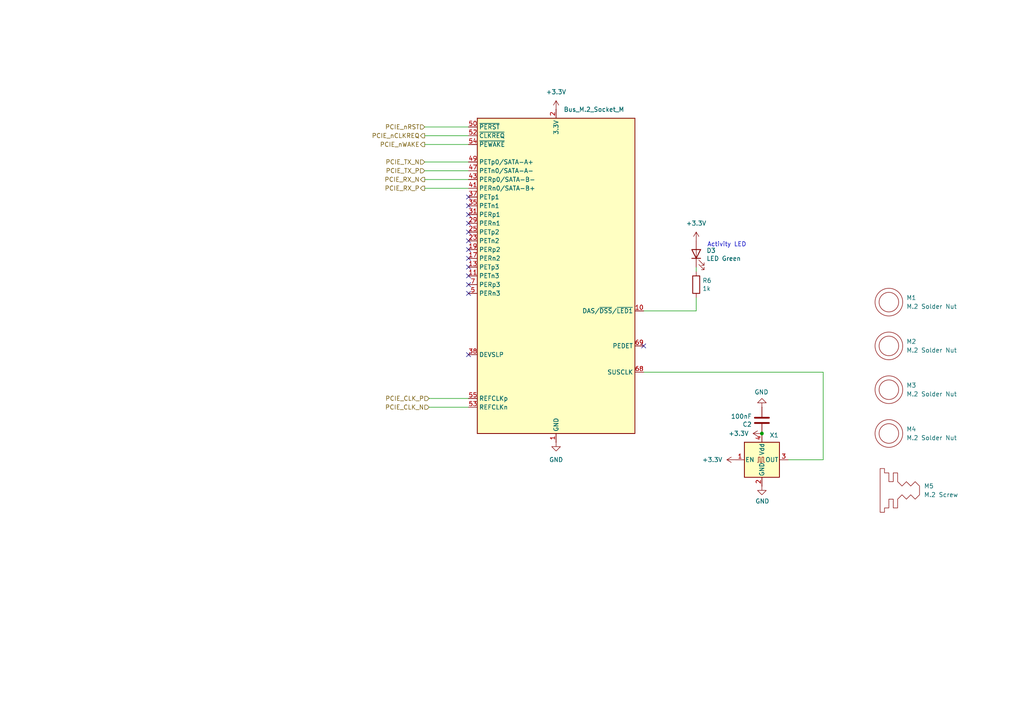
<source format=kicad_sch>
(kicad_sch (version 20231120) (generator "eeschema") (generator_version "8.0")
  (paper "A4")
  (title_block (title "Compute Module 5 IO Board - M2 Socket") (rev "1") (company "Copyright © 2024 Raspberry Pi Ltd.") (comment 1 "www.raspberrypi.com"))
  (lib_symbols
    (symbol "CM5IO:M.2_Screw" (pin_numbers hide) (pin_names (offset 0) hide) (on_board no)
      (property "Reference" "M" (at -0.254 -6.35 0))
      (property "Value" "M.2 Screw" (at 0.254 -8.636 0))
      (symbol "M.2_Screw_0_1"
        (polyline (pts (xy -5.08 0) (xy -5.08 -6.35) (xy -3.81 -6.35) (xy -3.81 -5.08) (xy -2.54 -5.08) (xy -2.54 -2.54) (xy -1.27 -2.54) (xy -1.27 -5.08) (xy 0 -5.08) (xy 0 -2.54) (xy 1.27 -1.27) (xy 2.54 -2.54) (xy 3.81 -1.27) (xy 5.08 -2.54) (xy 6.35 -1.27) (xy 6.35 1.27) (xy 5.08 2.54) (xy 3.81 1.27) (xy 2.54 2.54) (xy 1.27 1.27) (xy 0 2.54) (xy 0 5.08) (xy -1.27 5.08) (xy -1.27 2.54) (xy -2.54 2.54) (xy -2.54 5.08) (xy -3.81 5.08) (xy -3.81 6.35) (xy -5.08 6.35) (xy -5.08 0)))
      )
    )
    (symbol "CM5IO:SolderNut" (pin_numbers hide) (pin_names (offset 0) hide) (exclude_from_sim yes) (on_board no)
      (property "Reference" "M" (at -6.35 -3.556 0))
      (property "Value" "M.2 Solder Nut" (at 0.254 -5.842 0))
      (symbol "SolderNut_0_1"
        (circle (center 0 0) (radius 2.8398))
        (circle (center 0 0) (radius 4.0161))
      )
    )
    (symbol "Connector:Bus_M.2_Socket_M"
      (property "Reference" "J" (at -22.86 46.99 0))
      (property "Value" "Bus_M.2_Socket_M" (at 16.51 46.99 0))
      (symbol "Bus_M.2_Socket_M_0_1"
        (rectangle (start -22.86 45.72) (end 22.86 -45.72) (stroke (width 0.254)) (fill (type background)))
      )
      (symbol "Bus_M.2_Socket_M_1_1"
        (pin power_in line (at 0 -48.26 90) (length 2.54) (name "GND") (number "1"))
        (pin bidirectional line (at 25.4 -10.16 180) (length 2.54) (name "DAS/~{DSS}/~{LED1}") (number "10"))
        (pin output line (at -25.4 0 0) (length 2.54) (name "PETn3") (number "11"))
        (pin passive line (at 0 48.26 270) (length 2.54) hide (name "3.3V") (number "12"))
        (pin output line (at -25.4 2.54 0) (length 2.54) (name "PETp3") (number "13"))
        (pin passive line (at 0 48.26 270) (length 2.54) hide (name "3.3V") (number "14"))
        (pin passive line (at 0 -48.26 90) (length 2.54) hide (name "GND") (number "15"))
        (pin passive line (at 0 48.26 270) (length 2.54) hide (name "3.3V") (number "16"))
        (pin input line (at -25.4 5.08 0) (length 2.54) (name "PERn2") (number "17"))
        (pin passive line (at 0 48.26 270) (length 2.54) hide (name "3.3V") (number "18"))
        (pin input line (at -25.4 7.62 0) (length 2.54) (name "PERp2") (number "19"))
        (pin power_in line (at 0 48.26 270) (length 2.54) (name "3.3V") (number "2"))
        (pin no_connect line (at 22.86 2.54 180) (length 2.54) hide (name "NC") (number "20"))
        (pin passive line (at 0 -48.26 90) (length 2.54) hide (name "GND") (number "21"))
        (pin no_connect line (at 22.86 5.08 180) (length 2.54) hide (name "NC") (number "22"))
        (pin output line (at -25.4 10.16 0) (length 2.54) (name "PETn2") (number "23"))
        (pin no_connect line (at 22.86 7.62 180) (length 2.54) hide (name "NC") (number "24"))
        (pin output line (at -25.4 12.7 0) (length 2.54) (name "PETp2") (number "25"))
        (pin no_connect line (at 22.86 10.16 180) (length 2.54) hide (name "NC") (number "26"))
        (pin passive line (at 0 -48.26 90) (length 2.54) hide (name "GND") (number "27"))
        (pin no_connect line (at 22.86 12.7 180) (length 2.54) hide (name "NC") (number "28"))
        (pin input line (at -25.4 15.24 0) (length 2.54) (name "PERn1") (number "29"))
        (pin passive line (at 0 -48.26 90) (length 2.54) hide (name "GND") (number "3"))
        (pin no_connect line (at 22.86 15.24 180) (length 2.54) hide (name "NC") (number "30"))
        (pin input line (at -25.4 17.78 0) (length 2.54) (name "PERp1") (number "31"))
        (pin no_connect line (at 22.86 17.78 180) (length 2.54) hide (name "NC") (number "32"))
        (pin passive line (at 0 -48.26 90) (length 2.54) hide (name "GND") (number "33"))
        (pin no_connect line (at 22.86 20.32 180) (length 2.54) hide (name "NC") (number "34"))
        (pin output line (at -25.4 20.32 0) (length 2.54) (name "PETn1") (number "35"))
        (pin no_connect line (at 22.86 22.86 180) (length 2.54) hide (name "NC") (number "36"))
        (pin output line (at -25.4 22.86 0) (length 2.54) (name "PETp1") (number "37"))
        (pin output line (at -25.4 -22.86 0) (length 2.54) (name "DEVSLP") (number "38"))
        (pin passive line (at 0 -48.26 90) (length 2.54) hide (name "GND") (number "39"))
        (pin passive line (at 0 48.26 270) (length 2.54) hide (name "3.3V") (number "4"))
        (pin no_connect line (at 22.86 25.4 180) (length 2.54) hide (name "NC") (number "40"))
        (pin input line (at -25.4 25.4 0) (length 2.54) (name "PERn0/SATA-B+") (number "41"))
        (pin no_connect line (at 22.86 27.94 180) (length 2.54) hide (name "NC") (number "42"))
        (pin input line (at -25.4 27.94 0) (length 2.54) (name "PERp0/SATA-B-") (number "43"))
        (pin no_connect line (at 22.86 30.48 180) (length 2.54) hide (name "NC") (number "44"))
        (pin passive line (at 0 -48.26 90) (length 2.54) hide (name "GND") (number "45"))
        (pin no_connect line (at 22.86 33.02 180) (length 2.54) hide (name "NC") (number "46"))
        (pin output line (at -25.4 30.48 0) (length 2.54) (name "PETn0/SATA-A-") (number "47"))
        (pin no_connect line (at 22.86 35.56 180) (length 2.54) hide (name "NC") (number "48"))
        (pin output line (at -25.4 33.02 0) (length 2.54) (name "PETp0/SATA-A+") (number "49"))
        (pin input line (at -25.4 -5.08 0) (length 2.54) (name "PERn3") (number "5"))
        (pin output line (at -25.4 43.18 0) (length 2.54) (name "~{PERST}") (number "50"))
        (pin passive line (at 0 -48.26 90) (length 2.54) hide (name "GND") (number "51"))
        (pin bidirectional line (at -25.4 40.64 0) (length 2.54) (name "~{CLKREQ}") (number "52"))
        (pin output line (at -25.4 -38.1 0) (length 2.54) (name "REFCLKn") (number "53"))
        (pin bidirectional line (at -25.4 38.1 0) (length 2.54) (name "~{PEWAKE}") (number "54"))
        (pin output line (at -25.4 -35.56 0) (length 2.54) (name "REFCLKp") (number "55"))
        (pin no_connect line (at 22.86 38.1 180) (length 2.54) hide (name "NC") (number "56"))
        (pin passive line (at 0 -48.26 90) (length 2.54) hide (name "GND") (number "57"))
        (pin no_connect line (at 22.86 40.64 180) (length 2.54) hide (name "NC") (number "58"))
        (pin no_connect line (at 22.86 -2.54 180) (length 2.54) hide (name "NC") (number "6"))
        (pin no_connect line (at 22.86 -5.08 180) (length 2.54) hide (name "NC") (number "67"))
        (pin output line (at 25.4 -27.94 180) (length 2.54) (name "SUSCLK") (number "68"))
        (pin passive line (at 25.4 -20.32 180) (length 2.54) (name "PEDET") (number "69"))
        (pin input line (at -25.4 -2.54 0) (length 2.54) (name "PERp3") (number "7"))
        (pin passive line (at 0 48.26 270) (length 2.54) hide (name "3.3V") (number "70"))
        (pin passive line (at 0 -48.26 90) (length 2.54) hide (name "GND") (number "71"))
        (pin passive line (at 0 48.26 270) (length 2.54) hide (name "3.3V") (number "72"))
        (pin passive line (at 0 -48.26 90) (length 2.54) hide (name "GND") (number "73"))
        (pin passive line (at 0 48.26 270) (length 2.54) hide (name "3.3V") (number "74"))
        (pin passive line (at 0 -48.26 90) (length 2.54) hide (name "GND") (number "75"))
        (pin no_connect line (at 22.86 0 180) (length 2.54) hide (name "NC") (number "8"))
        (pin passive line (at 0 -48.26 90) (length 2.54) hide (name "GND") (number "9"))
      )
    )
    (symbol "Device:C" (pin_numbers hide) (pin_names (offset 0.254))
      (property "Reference" "C" (at 0.635 2.54 0))
      (property "Value" "C" (at 0.635 -2.54 0))
      (symbol "C_0_1"
        (polyline (pts (xy -2.032 -0.762) (xy 2.032 -0.762)) (stroke (width 0.508)))
        (polyline (pts (xy -2.032 0.762) (xy 2.032 0.762)) (stroke (width 0.508)))
      )
      (symbol "C_1_1"
        (pin passive line (at 0 3.81 270) (length 2.794) (name "~") (number "1"))
        (pin passive line (at 0 -3.81 90) (length 2.794) (name "~") (number "2"))
      )
    )
    (symbol "Device:LED" (pin_numbers hide) (pin_names (offset 1.016) hide)
      (property "Reference" "D" (at 0 2.54 0))
      (property "Value" "LED" (at 0 -2.54 0))
      (symbol "LED_0_1"
        (polyline (pts (xy -1.27 -1.27) (xy -1.27 1.27)) (stroke (width 0.254)))
        (polyline (pts (xy -1.27 0) (xy 1.27 0)))
        (polyline (pts (xy 1.27 -1.27) (xy 1.27 1.27) (xy -1.27 0) (xy 1.27 -1.27)) (stroke (width 0.254)))
        (polyline (pts (xy -3.048 -0.762) (xy -4.572 -2.286) (xy -3.81 -2.286) (xy -4.572 -2.286) (xy -4.572 -1.524)))
        (polyline (pts (xy -1.778 -0.762) (xy -3.302 -2.286) (xy -2.54 -2.286) (xy -3.302 -2.286) (xy -3.302 -1.524)))
      )
      (symbol "LED_1_1"
        (pin passive line (at -3.81 0 0) (length 2.54) (name "K") (number "1"))
        (pin passive line (at 3.81 0 180) (length 2.54) (name "A") (number "2"))
      )
    )
    (symbol "Device:R" (pin_numbers hide) (pin_names (offset 0))
      (property "Reference" "R" (at 2.032 0 90))
      (property "Value" "R" (at 0 0 90))
      (symbol "R_0_1"
        (rectangle (start -1.016 -2.54) (end 1.016 2.54) (stroke (width 0.254)))
      )
      (symbol "R_1_1"
        (pin passive line (at 0 3.81 270) (length 1.27) (name "~") (number "1"))
        (pin passive line (at 0 -3.81 90) (length 1.27) (name "~") (number "2"))
      )
    )
    (symbol "Oscillator:ASE-xxxMHz" (pin_names (offset 0.254))
      (property "Reference" "X" (at -5.08 6.35 0))
      (property "Value" "ASE-xxxMHz" (at 1.27 -6.35 0))
      (symbol "ASE-xxxMHz_0_1"
        (rectangle (start -5.08 5.08) (end 5.08 -5.08) (stroke (width 0.254)) (fill (type background)))
        (polyline (pts (xy -1.27 -0.762) (xy -1.016 -0.762) (xy -1.016 0.762) (xy -0.508 0.762) (xy -0.508 -0.762) (xy 0 -0.762) (xy 0 0.762) (xy 0.508 0.762) (xy 0.508 -0.762) (xy 0.762 -0.762)))
      )
      (symbol "ASE-xxxMHz_1_1"
        (pin input line (at -7.62 0 0) (length 2.54) (name "EN") (number "1"))
        (pin power_in line (at 0 -7.62 90) (length 2.54) (name "GND") (number "2"))
        (pin output line (at 7.62 0 180) (length 2.54) (name "OUT") (number "3"))
        (pin power_in line (at 0 7.62 270) (length 2.54) (name "Vdd") (number "4"))
      )
    )
    (symbol "power:+3.3V" (power) (pin_numbers hide) (pin_names (offset 0) hide)
      (property "Value" "+3.3V" (at 0 3.556 0))
      (symbol "+3.3V_0_1"
        (polyline (pts (xy -0.762 1.27) (xy 0 2.54)))
        (polyline (pts (xy 0 0) (xy 0 2.54)))
        (polyline (pts (xy 0 2.54) (xy 0.762 1.27)))
      )
      (symbol "+3.3V_1_1"
        (pin power_in line (at 0 0 90) (length 0) (name "~") (number "1"))
      )
    )
    (symbol "power:GND" (power) (pin_numbers hide) (pin_names (offset 0) hide)
      (property "Value" "GND" (at 0 -3.81 0))
      (symbol "GND_0_1"
        (polyline (pts (xy 0 0) (xy 0 -1.27) (xy 1.27 -1.27) (xy 0 -2.54) (xy -1.27 -1.27) (xy 0 -1.27)))
      )
      (symbol "GND_1_1"
        (pin power_in line (at 0 0 270) (length 0) (name "~") (number "1"))
      )
    )
  )
  (junction (at 220.98 125.73))
  (no_connect (at 135.89 80.01))
  (no_connect (at 135.89 85.09))
  (no_connect (at 135.89 72.39))
  (no_connect (at 135.89 82.55))
  (no_connect (at 135.89 57.15))
  (no_connect (at 135.89 102.87))
  (no_connect (at 135.89 77.47))
  (no_connect (at 186.69 100.33))
  (no_connect (at 135.89 67.31))
  (no_connect (at 135.89 62.23))
  (no_connect (at 135.89 74.93))
  (no_connect (at 135.89 69.85))
  (no_connect (at 135.89 64.77))
  (no_connect (at 135.89 59.69))
  (wire (pts (xy 201.93 77.47) (xy 201.93 78.74)))
  (wire (pts (xy 123.19 52.07) (xy 135.89 52.07)))
  (wire (pts (xy 124.46 115.57) (xy 135.89 115.57)))
  (wire (pts (xy 135.89 46.99) (xy 123.19 46.99)))
  (wire (pts (xy 238.76 133.35) (xy 228.6 133.35)))
  (wire (pts (xy 186.69 107.95) (xy 238.76 107.95)))
  (wire (pts (xy 123.19 54.61) (xy 135.89 54.61)))
  (wire (pts (xy 123.19 49.53) (xy 135.89 49.53)))
  (wire (pts (xy 201.93 90.17) (xy 201.93 86.36)))
  (wire (pts (xy 124.46 118.11) (xy 135.89 118.11)))
  (wire (pts (xy 123.19 39.37) (xy 135.89 39.37)))
  (wire (pts (xy 123.19 41.91) (xy 135.89 41.91)))
  (wire (pts (xy 186.69 90.17) (xy 201.93 90.17)))
  (wire (pts (xy 123.19 36.83) (xy 135.89 36.83)))
  (wire (pts (xy 238.76 107.95) (xy 238.76 133.35)))
  (text "Activity LED" (at 205.105 71.755 0) (effects (font (size 1.27 1.27)) (justify left bottom)))
  (hierarchical_label "PCIE_RX_N" (shape output) (at 123.19 52.07 180))
  (hierarchical_label "PCIE_CLK_N" (shape input) (at 124.46 118.11 180))
  (hierarchical_label "PCIE_TX_P" (shape input) (at 123.19 49.53 180))
  (hierarchical_label "PCIE_nCLKREQ" (shape output) (at 123.19 39.37 180))
  (hierarchical_label "PCIE_RX_P" (shape output) (at 123.19 54.61 180))
  (hierarchical_label "PCIE_nWAKE" (shape output) (at 123.19 41.91 180))
  (hierarchical_label "PCIE_TX_N" (shape input) (at 123.19 46.99 180))
  (hierarchical_label "PCIE_nRST" (shape input) (at 123.19 36.83 180))
  (hierarchical_label "PCIE_CLK_P" (shape input) (at 124.46 115.57 180))
  (symbol (lib_id "Device:LED") (at 201.93 73.66 90) (unit 1)
    (property "Reference" "D3" (at 204.9018 72.6694 90) (effects (justify right)))
    (property "Value" "LED Green" (at 204.9018 74.9808 90) (effects (justify right)))
    (property "Footprint" "LED_SMD:LED_0603_1608Metric" (effects (hide yes)))
    (property "Description" "Light emitting diode" (effects (hide yes)))
    (property "Field4" "Digikey " (effects (hide yes)))
    (property "Field5" "LTST-S270KGKT" (effects (hide yes)))
    (property "Field6" "SML-A12M8TT86N" (effects (hide yes)))
    (property "Field7" "Rohm" (effects (hide yes)))
    (property "Field8" "650263301" (effects (hide yes)))
    (property "Part Description" "	Green 572nm LED Indication - Discrete 2.2V 2-SMD, No Lead" (effects (hide yes)))
  )
  (symbol (lib_id "power:GND") (at 220.98 118.11 180) (unit 1)
    (property "Reference" "#PWR038" (effects (hide yes)))
    (property "Value" "GND" (at 220.853 113.7158 0))
    (property "Description" "Power symbol creates a global label with name \"GND\" , ground" (effects (hide yes)))
  )
  (symbol (lib_id "Device:R") (at 201.93 82.55 0) (unit 1)
    (property "Reference" "R6" (at 203.708 81.3816 0) (effects (justify left)))
    (property "Value" "1k" (at 203.708 83.693 0) (effects (justify left)))
    (property "Footprint" "Resistor_SMD:R_0402_1005Metric_Pad0.72x0.64mm_HandSolder" (effects (hide yes)))
    (property "Description" "Resistor" (effects (hide yes)))
    (property "Field4" "Farnell" (effects (hide yes)))
    (property "Field5" "9239235" (effects (hide yes)))
    (property "Field7" "KOA EUROPE GMBH" (effects (hide yes)))
    (property "Field6" "RK73H1ETTP1001F" (effects (hide yes)))
    (property "Part Description" "Resistor 1K M1005 1% 63mW" (effects (hide yes)))
    (property "Field8" "125049511" (effects (hide yes)))
  )
  (symbol (lib_id "CM5IO:SolderNut") (at 257.81 113.03 0) (unit 1) (exclude_from_sim yes) (on_board no)
    (property "Reference" "M3" (at 262.89 111.7599 0) (effects (justify left)))
    (property "Value" "M.2 Solder Nut" (at 262.89 114.2999 0) (effects (justify left)))
    (property "Part Description" "Solder nut for M.2 slot" (effects (hide yes)))
  )
  (symbol (lib_id "power:GND") (at 220.98 140.97 0) (unit 1)
    (property "Reference" "#PWR042" (effects (hide yes)))
    (property "Value" "GND" (at 221.107 145.3642 0))
    (property "Description" "Power symbol creates a global label with name \"GND\" , ground" (effects (hide yes)))
  )
  (symbol (lib_id "Connector:Bus_M.2_Socket_M") (at 161.29 80.01 0) (unit 1)
    (property "Reference" "J14" (effects (hide yes)))
    (property "Value" "Bus_M.2_Socket_M" (at 163.4841 31.75 0) (effects (justify left)))
    (property "Footprint" "CM5IO:M.2 M Key socket" (effects (hide yes)))
    (property "Datasheet" "http://read.pudn.com/downloads794/doc/project/3133918/PCIe_M.2_Electromechanical_Spec_Rev1.0_Final_11012013_RS_Clean.pdf#page=155" (effects (hide yes)))
    (property "Description" "M.2 Socket 3 Mechanical Key M" (effects (hide yes)))
  )
  (symbol (lib_id "CM5IO:M.2_Screw") (at 260.35 142.24 0) (unit 1) (on_board no)
    (property "Reference" "M5" (at 267.97 140.9699 0) (effects (justify left)))
    (property "Value" "M.2 Screw" (at 267.97 143.5099 0) (effects (justify left)))
    (property "Part Description" "M.2 Screw" (effects (hide yes)))
  )
  (symbol (lib_id "power:GND") (at 161.29 128.27 0) (unit 1)
    (property "Reference" "#PWR040" (effects (hide yes)))
    (property "Value" "GND" (at 161.29 133.35 0))
    (property "Description" "Power symbol creates a global label with name \"GND\" , ground" (effects (hide yes)))
  )
  (symbol (lib_id "power:+3.3V") (at 213.36 133.35 90) (unit 1)
    (property "Reference" "#PWR041" (effects (hide yes)))
    (property "Value" "+3.3V" (at 209.55 133.3499 90) (effects (justify left)))
    (property "Description" "Power symbol creates a global label with name \"+3.3V\"" (effects (hide yes)))
  )
  (symbol (lib_id "CM5IO:SolderNut") (at 257.81 100.33 0) (unit 1) (exclude_from_sim yes) (on_board no)
    (property "Reference" "M2" (at 262.89 99.0599 0) (effects (justify left)))
    (property "Value" "M.2 Solder Nut" (at 262.89 101.5999 0) (effects (justify left)))
    (property "Part Description" "Solder nut for M.2 slot" (effects (hide yes)))
  )
  (symbol (lib_id "power:+3.3V") (at 220.98 125.73 90) (mirror x) (unit 1)
    (property "Reference" "#PWR039" (effects (hide yes)))
    (property "Value" "+3.3V" (at 217.17 125.7299 90) (effects (justify left)))
    (property "Description" "Power symbol creates a global label with name \"+3.3V\"" (effects (hide yes)))
  )
  (symbol (lib_id "CM5IO:SolderNut") (at 257.81 87.63 0) (unit 1) (exclude_from_sim yes) (on_board no)
    (property "Reference" "M1" (at 262.89 86.3599 0) (effects (justify left)))
    (property "Value" "M.2 Solder Nut" (at 262.89 88.8999 0) (effects (justify left)))
    (property "Part Description" "Solder nut for M.2 slot" (effects (hide yes)))
  )
  (symbol (lib_id "Oscillator:ASE-xxxMHz") (at 220.98 133.35 0) (unit 1)
    (property "Reference" "X1" (at 224.536 126.238 0))
    (property "Value" "ASEK-32.768KHZ-L-R-T" (effects (hide yes)))
    (property "Footprint" "Oscillator:Oscillator_SMD_Abracon_ASE-4Pin_3.2x2.5mm" (effects (hide yes)))
    (property "Datasheet" "http://www.abracon.com/Oscillators/ASV.pdf" (effects (hide yes)))
    (property "Description" "3.3V CMOS SMD Crystal Clock Oscillator, Abracon" (effects (hide yes)))
  )
  (symbol (lib_id "Device:C") (at 220.98 121.92 180) (unit 1)
    (property "Reference" "C2" (at 218.059 123.0884 0) (effects (justify left)))
    (property "Value" "100nF" (at 218.059 120.777 0) (effects (justify left)))
    (property "Footprint" "Capacitor_SMD:C_0603_1608Metric_Pad1.08x0.95mm_HandSolder" (effects (hide yes)))
    (property "Description" "Unpolarized capacitor" (effects (hide yes)))
    (property "Field4" "Farnell" (effects (hide yes)))
    (property "Field5" "2611911" (effects (hide yes)))
    (property "Field6" "RM EMK105 B7104KV-F" (effects (hide yes)))
    (property "Field7" "TAIYO YUDEN EUROPE GMBH" (effects (hide yes)))
    (property "Field8" "110091611" (effects (hide yes)))
    (property "Part Description" "	0.1uF 10% 16V Ceramic Capacitor X7R 0402 (1005 Metric)" (effects (hide yes)))
  )
  (symbol (lib_id "CM5IO:SolderNut") (at 257.81 125.73 0) (unit 1) (exclude_from_sim yes) (on_board no)
    (property "Reference" "M4" (at 262.89 124.4599 0) (effects (justify left)))
    (property "Value" "M.2 Solder Nut" (at 262.89 126.9999 0) (effects (justify left)))
    (property "Part Description" "Solder nut for M.2 slot" (effects (hide yes)))
  )
  (symbol (lib_id "power:+3.3V") (at 201.93 69.85 0) (unit 1)
    (property "Reference" "#PWR037" (effects (hide yes)))
    (property "Value" "+3.3V" (at 201.93 64.77 0))
    (property "Description" "Power symbol creates a global label with name \"+3.3V\"" (effects (hide yes)))
  )
  (symbol (lib_id "power:+3.3V") (at 161.29 31.75 0) (unit 1)
    (property "Reference" "#PWR036" (effects (hide yes)))
    (property "Value" "+3.3V" (at 161.29 26.67 0))
    (property "Description" "Power symbol creates a global label with name \"+3.3V\"" (effects (hide yes)))
  )
)
</source>
